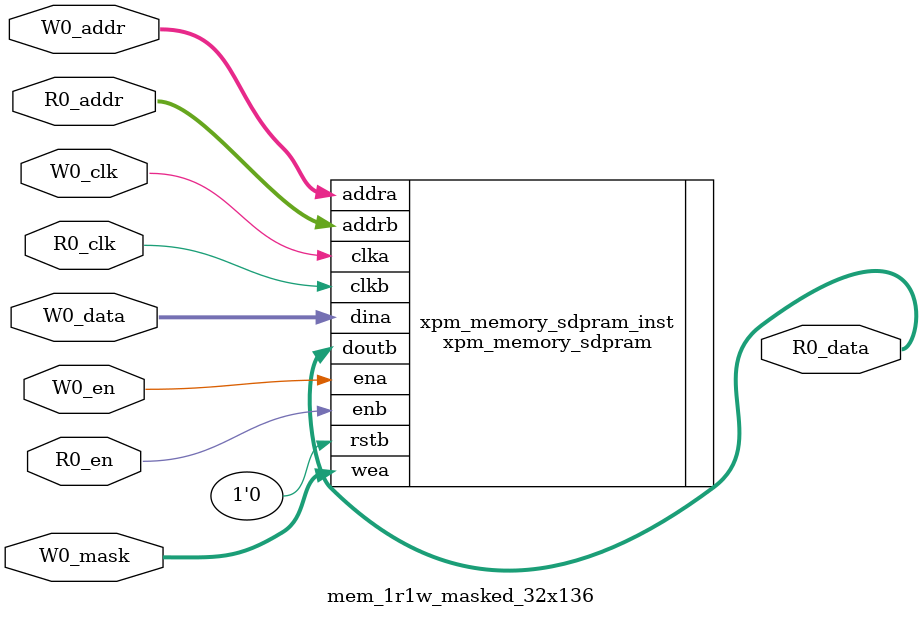
<source format=v>
`timescale 1ns/1ps
module mem_1r1w_masked_32x136 (
  input [4:0] R0_addr,
  input R0_en,
  input R0_clk,
  output [135:0] R0_data,
  input [4:0] W0_addr,
  input W0_en,
  input W0_clk,
  input [135:0] W0_data,
  input [16:0] W0_mask
);

  xpm_memory_sdpram #(
    .ADDR_WIDTH_A(5),
    .ADDR_WIDTH_B(5),
    .BYTE_WRITE_WIDTH_A(8),
    .MEMORY_SIZE(4352),
    .READ_DATA_WIDTH_B(136),
    .READ_LATENCY_B(1),
    .WRITE_DATA_WIDTH_A(136)
  ) xpm_memory_sdpram_inst (
    .dina(W0_data),
    .addra(W0_addr),
    .ena(W0_en),
    .wea(W0_mask),
    .clka(W0_clk),
    .addrb(R0_addr),
    .clkb(R0_clk),
    .enb(R0_en),
    .doutb(R0_data),
    .rstb(1'b0)
  );
endmodule

</source>
